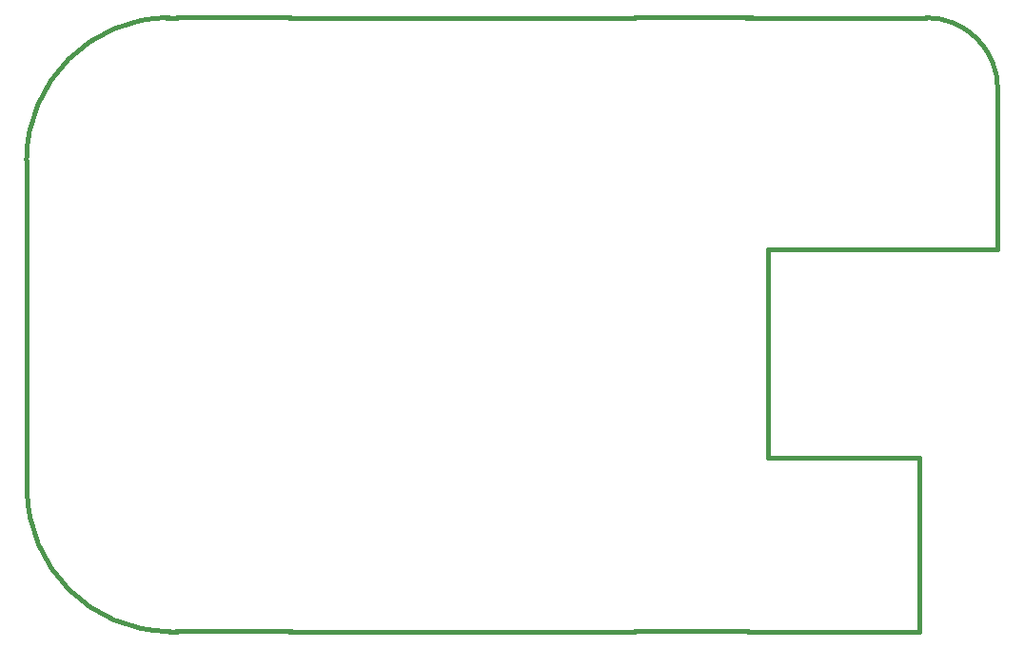
<source format=gbr>
G04 (created by PCBNEW (2013-05-31 BZR 4019)-stable) date 6/28/2014 1:42:31 PM*
%MOIN*%
G04 Gerber Fmt 3.4, Leading zero omitted, Abs format*
%FSLAX34Y34*%
G01*
G70*
G90*
G04 APERTURE LIST*
%ADD10C,0.00590551*%
%ADD11C,0.015*%
G04 APERTURE END LIST*
G54D10*
G54D11*
X21288Y-21494D02*
X25265Y-21494D01*
X5225Y-21494D02*
X9241Y-21494D01*
X5265Y1D02*
X9202Y1D01*
X25383Y1D02*
X21288Y1D01*
X21300Y0D02*
X9200Y0D01*
X9200Y-21500D02*
X9250Y-21500D01*
X9200Y-21500D02*
X21300Y-21500D01*
X31250Y-15400D02*
X25950Y-15400D01*
X31250Y-21500D02*
X28500Y-21500D01*
X31250Y-21500D02*
X31250Y-15450D01*
X5250Y0D02*
X4900Y0D01*
X25200Y0D02*
X27250Y0D01*
X27250Y-21500D02*
X25250Y-21500D01*
X5000Y-21500D02*
X5250Y-21500D01*
X27250Y-21500D02*
X28500Y-21500D01*
X27250Y0D02*
X28500Y0D01*
X25950Y-8100D02*
X25950Y-15400D01*
X34000Y-8100D02*
X25950Y-8100D01*
X34000Y-7900D02*
X34000Y-8100D01*
X28400Y0D02*
X31500Y0D01*
X0Y-5000D02*
X0Y-16500D01*
X34000Y-2500D02*
X34000Y-7950D01*
X34000Y-2500D02*
G75*
G03X31500Y0I-2500J0D01*
G74*
G01*
X0Y-16500D02*
G75*
G03X5000Y-21500I5000J0D01*
G74*
G01*
X4980Y0D02*
G75*
G03X-20Y-5000I0J-5000D01*
G74*
G01*
M02*

</source>
